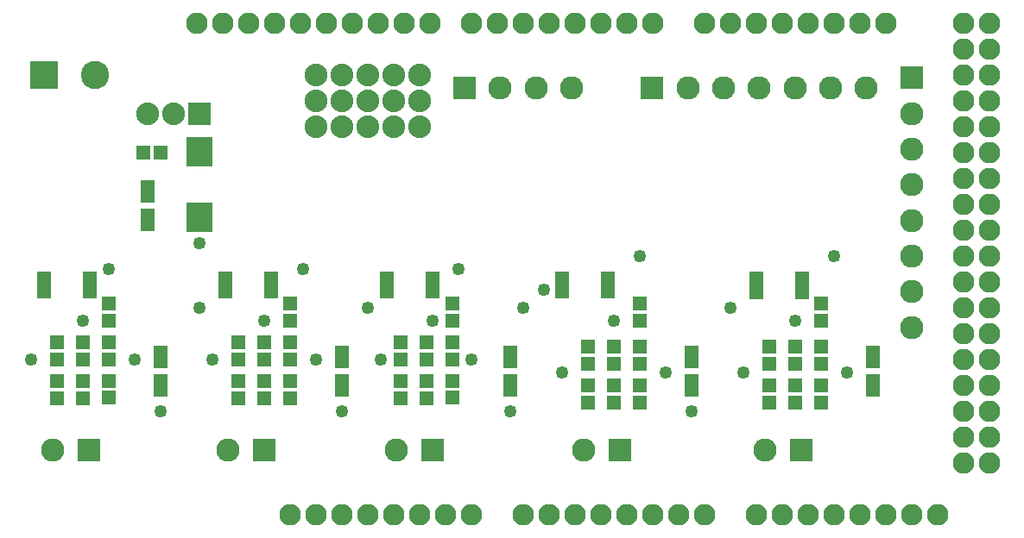
<source format=gts>
G04 MADE WITH FRITZING*
G04 WWW.FRITZING.ORG*
G04 DOUBLE SIDED*
G04 HOLES PLATED*
G04 CONTOUR ON CENTER OF CONTOUR VECTOR*
%ASAXBY*%
%FSLAX23Y23*%
%MOIN*%
%OFA0B0*%
%SFA1.0B1.0*%
%ADD10C,0.088000*%
%ADD11C,0.090000*%
%ADD12C,0.109055*%
%ADD13C,0.049370*%
%ADD14C,0.082917*%
%ADD15R,0.053307X0.025748*%
%ADD16R,0.104488X0.112362*%
%ADD17R,0.057244X0.088740*%
%ADD18R,0.057244X0.053307*%
%ADD19R,0.053307X0.057244*%
%ADD20R,0.090000X0.090000*%
%ADD21R,0.088000X0.088000*%
%ADD22R,0.109055X0.109055*%
%LNMASK1*%
G90*
G70*
G54D10*
X1500Y1807D03*
X1500Y1707D03*
X1500Y1607D03*
X1200Y1807D03*
X1200Y1707D03*
X1200Y1607D03*
X1300Y1807D03*
X1300Y1707D03*
X1300Y1607D03*
X1400Y1807D03*
X1400Y1707D03*
X1400Y1607D03*
X1600Y1807D03*
X1600Y1707D03*
X1600Y1607D03*
G54D11*
X3500Y1795D03*
X3500Y1657D03*
X3500Y1519D03*
X3500Y1381D03*
X3500Y1244D03*
X3500Y1106D03*
X3500Y968D03*
X3500Y830D03*
X1775Y1757D03*
X1912Y1757D03*
X2050Y1757D03*
X2188Y1757D03*
G54D10*
X750Y1657D03*
X650Y1657D03*
X550Y1657D03*
G54D11*
X2499Y1757D03*
X2637Y1757D03*
X2775Y1757D03*
X2912Y1757D03*
X3050Y1757D03*
X3188Y1757D03*
X3326Y1757D03*
G54D12*
X150Y1807D03*
X347Y1807D03*
G54D11*
X3073Y357D03*
X2935Y357D03*
X2373Y357D03*
X2235Y357D03*
X1650Y357D03*
X1512Y357D03*
X1000Y357D03*
X862Y357D03*
X323Y357D03*
X185Y357D03*
G54D13*
X500Y707D03*
X100Y707D03*
G54D14*
X3000Y107D03*
X1400Y107D03*
X3100Y107D03*
X3200Y107D03*
X3300Y107D03*
X3400Y107D03*
X3700Y1507D03*
X3500Y107D03*
X3600Y107D03*
X1440Y2007D03*
X2000Y107D03*
X2100Y107D03*
X2200Y107D03*
X2300Y107D03*
X3700Y707D03*
X2400Y107D03*
X2500Y107D03*
X2600Y107D03*
X2700Y107D03*
X2200Y2007D03*
X3700Y1907D03*
X3700Y1107D03*
X3700Y307D03*
X1040Y2007D03*
X1800Y107D03*
X1800Y2007D03*
X3700Y1707D03*
X3700Y1307D03*
X3700Y907D03*
X3400Y2007D03*
X3700Y507D03*
X3300Y2007D03*
X3200Y2007D03*
X3100Y2007D03*
X3000Y2007D03*
X2900Y2007D03*
X2800Y2007D03*
X2700Y2007D03*
X840Y2007D03*
X1240Y2007D03*
X1640Y2007D03*
X1200Y107D03*
X1600Y107D03*
X2400Y2007D03*
X2000Y2007D03*
X3700Y2007D03*
X3700Y1807D03*
X3700Y1607D03*
X3700Y1407D03*
X3700Y1207D03*
X3700Y1007D03*
X3700Y807D03*
X3700Y607D03*
X3700Y407D03*
X740Y2007D03*
X940Y2007D03*
X1140Y2007D03*
X1340Y2007D03*
X1540Y2007D03*
X1100Y107D03*
X1300Y107D03*
X1500Y107D03*
X1700Y107D03*
X2500Y2007D03*
X2300Y2007D03*
X2100Y2007D03*
X1900Y2007D03*
X3800Y2007D03*
X3800Y1907D03*
X3800Y1807D03*
X3800Y1707D03*
X3800Y1607D03*
X3800Y1507D03*
X3800Y1407D03*
X3800Y1307D03*
X3800Y1207D03*
X3800Y1107D03*
X3800Y1007D03*
X3800Y907D03*
X3800Y807D03*
X3800Y707D03*
X3800Y607D03*
X3800Y507D03*
X3800Y407D03*
X3800Y307D03*
X2900Y107D03*
G54D13*
X400Y1057D03*
X800Y707D03*
X1200Y707D03*
X1150Y1057D03*
X1450Y707D03*
X1800Y707D03*
X1750Y1057D03*
X2150Y657D03*
X2550Y657D03*
X2450Y1107D03*
X3250Y657D03*
X2850Y657D03*
X300Y857D03*
X1000Y857D03*
X1650Y857D03*
X2350Y857D03*
X3050Y857D03*
X3200Y1107D03*
X2800Y907D03*
X2650Y507D03*
X1950Y507D03*
X1300Y507D03*
X600Y507D03*
X2000Y907D03*
X1400Y907D03*
X750Y907D03*
X2082Y977D03*
X750Y1157D03*
G54D15*
X2900Y1031D03*
X2900Y1005D03*
X2900Y980D03*
X2900Y954D03*
X3077Y954D03*
X3077Y980D03*
X3077Y1005D03*
X3077Y1031D03*
X2150Y1032D03*
X2150Y1007D03*
X2150Y981D03*
X2150Y956D03*
X2327Y956D03*
X2327Y981D03*
X2327Y1007D03*
X2327Y1032D03*
X1473Y1031D03*
X1473Y1006D03*
X1473Y980D03*
X1473Y955D03*
X1650Y955D03*
X1650Y980D03*
X1650Y1006D03*
X1650Y1031D03*
X850Y1032D03*
X850Y1007D03*
X850Y981D03*
X850Y956D03*
X1027Y956D03*
X1027Y981D03*
X1027Y1007D03*
X1027Y1032D03*
X150Y1031D03*
X150Y1006D03*
X150Y980D03*
X150Y955D03*
X327Y955D03*
X327Y980D03*
X327Y1006D03*
X327Y1031D03*
G54D16*
X750Y1509D03*
X750Y1257D03*
G54D17*
X550Y1247D03*
X550Y1357D03*
G54D18*
X600Y1507D03*
X533Y1507D03*
G54D19*
X3050Y540D03*
X3050Y607D03*
X2350Y539D03*
X2350Y606D03*
X1627Y557D03*
X1627Y624D03*
X1000Y557D03*
X1000Y624D03*
X300Y557D03*
X300Y624D03*
X2950Y539D03*
X2950Y606D03*
X2250Y540D03*
X2250Y607D03*
X1527Y557D03*
X1527Y624D03*
X900Y557D03*
X900Y624D03*
X200Y557D03*
X200Y624D03*
X3150Y857D03*
X3150Y924D03*
X2450Y857D03*
X2450Y924D03*
X1727Y856D03*
X1727Y923D03*
X1100Y857D03*
X1100Y924D03*
X400Y857D03*
X400Y924D03*
X3050Y757D03*
X3050Y690D03*
X2350Y757D03*
X2350Y690D03*
X1627Y774D03*
X1627Y707D03*
X1000Y774D03*
X1000Y707D03*
X300Y774D03*
X300Y707D03*
G54D17*
X3350Y717D03*
X3350Y607D03*
X2650Y717D03*
X2650Y607D03*
X1950Y717D03*
X1950Y607D03*
X1300Y717D03*
X1300Y607D03*
X600Y717D03*
X600Y607D03*
G54D19*
X3150Y607D03*
X3150Y540D03*
X2450Y607D03*
X2450Y540D03*
X1727Y624D03*
X1727Y558D03*
X1100Y624D03*
X1100Y557D03*
X400Y624D03*
X400Y558D03*
X3150Y690D03*
X3150Y757D03*
X2450Y690D03*
X2450Y757D03*
X1727Y706D03*
X1727Y773D03*
X1100Y707D03*
X1100Y774D03*
X400Y707D03*
X400Y774D03*
X2950Y757D03*
X2950Y690D03*
X2250Y757D03*
X2250Y690D03*
X1527Y774D03*
X1527Y707D03*
X900Y774D03*
X900Y707D03*
X200Y774D03*
X200Y707D03*
G54D20*
X3500Y1795D03*
X1775Y1757D03*
G54D21*
X750Y1657D03*
G54D20*
X2499Y1757D03*
G54D22*
X150Y1807D03*
G54D20*
X3073Y357D03*
X2373Y357D03*
X1650Y357D03*
X1000Y357D03*
X323Y357D03*
G04 End of Mask1*
M02*
</source>
